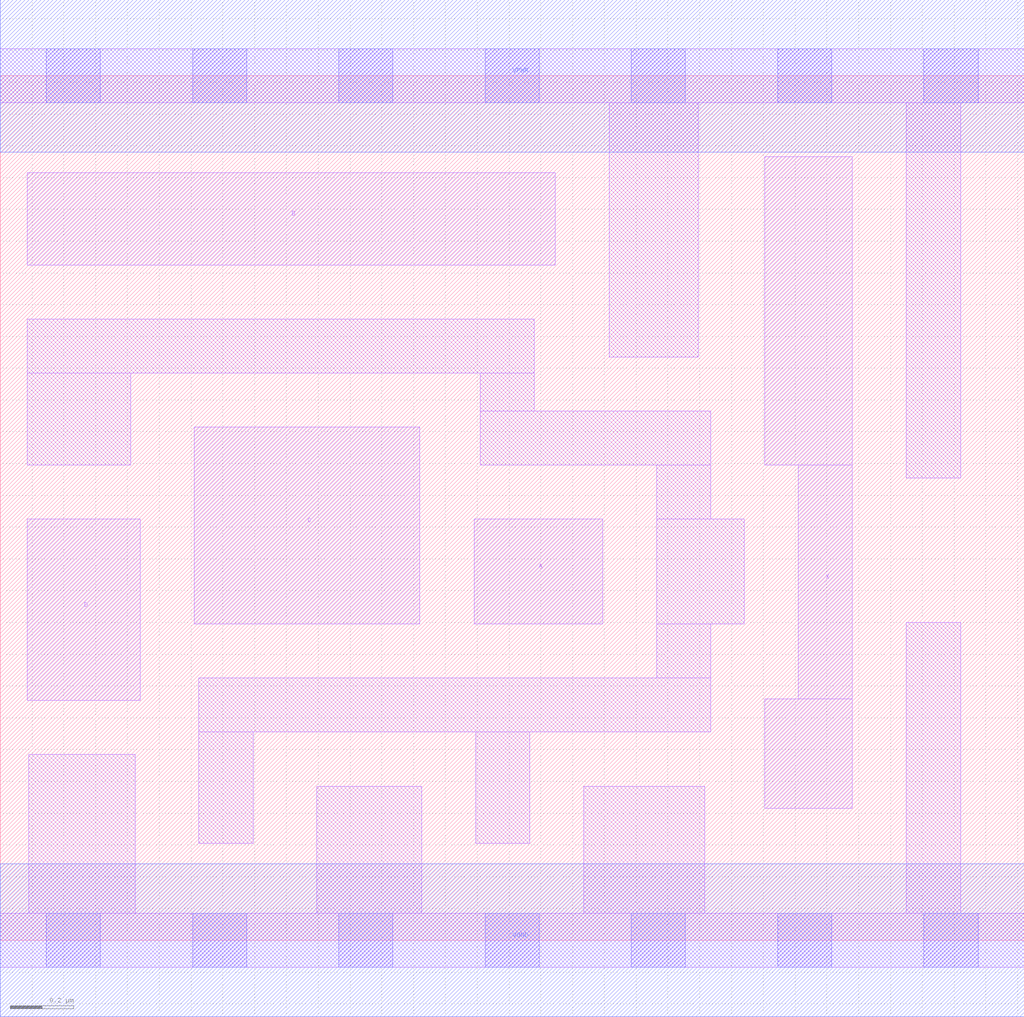
<source format=lef>
# Copyright 2020 The SkyWater PDK Authors
#
# Licensed under the Apache License, Version 2.0 (the "License");
# you may not use this file except in compliance with the License.
# You may obtain a copy of the License at
#
#     https://www.apache.org/licenses/LICENSE-2.0
#
# Unless required by applicable law or agreed to in writing, software
# distributed under the License is distributed on an "AS IS" BASIS,
# WITHOUT WARRANTIES OR CONDITIONS OF ANY KIND, either express or implied.
# See the License for the specific language governing permissions and
# limitations under the License.
#
# SPDX-License-Identifier: Apache-2.0

VERSION 5.7 ;
  NAMESCASESENSITIVE ON ;
  NOWIREEXTENSIONATPIN ON ;
  DIVIDERCHAR "/" ;
  BUSBITCHARS "[]" ;
UNITS
  DATABASE MICRONS 200 ;
END UNITS
MACRO sky130_fd_sc_hd__or4_2
  CLASS CORE ;
  SOURCE USER ;
  FOREIGN sky130_fd_sc_hd__or4_2 ;
  ORIGIN  0.000000  0.000000 ;
  SIZE  3.220000 BY  2.720000 ;
  SYMMETRY X Y R90 ;
  SITE unithd ;
  PIN A
    ANTENNAGATEAREA  0.126000 ;
    DIRECTION INPUT ;
    USE SIGNAL ;
    PORT
      LAYER li1 ;
        RECT 1.490000 0.995000 1.895000 1.325000 ;
    END
  END A
  PIN B
    ANTENNAGATEAREA  0.126000 ;
    DIRECTION INPUT ;
    USE SIGNAL ;
    PORT
      LAYER li1 ;
        RECT 0.085000 2.125000 1.745000 2.415000 ;
    END
  END B
  PIN C
    ANTENNAGATEAREA  0.126000 ;
    DIRECTION INPUT ;
    USE SIGNAL ;
    PORT
      LAYER li1 ;
        RECT 0.610000 0.995000 1.320000 1.615000 ;
    END
  END C
  PIN D
    ANTENNAGATEAREA  0.126000 ;
    DIRECTION INPUT ;
    USE SIGNAL ;
    PORT
      LAYER li1 ;
        RECT 0.085000 0.755000 0.440000 1.325000 ;
    END
  END D
  PIN X
    ANTENNADIFFAREA  0.445500 ;
    DIRECTION OUTPUT ;
    USE SIGNAL ;
    PORT
      LAYER li1 ;
        RECT 2.405000 0.415000 2.680000 0.760000 ;
        RECT 2.405000 1.495000 2.680000 2.465000 ;
        RECT 2.510000 0.760000 2.680000 1.495000 ;
    END
  END X
  PIN VGND
    DIRECTION INOUT ;
    SHAPE ABUTMENT ;
    USE GROUND ;
    PORT
      LAYER met1 ;
        RECT 0.000000 -0.240000 3.220000 0.240000 ;
    END
  END VGND
  PIN VPWR
    DIRECTION INOUT ;
    SHAPE ABUTMENT ;
    USE POWER ;
    PORT
      LAYER met1 ;
        RECT 0.000000 2.480000 3.220000 2.960000 ;
    END
  END VPWR
  OBS
    LAYER li1 ;
      RECT 0.000000 -0.085000 3.220000 0.085000 ;
      RECT 0.000000  2.635000 3.220000 2.805000 ;
      RECT 0.085000  1.495000 0.410000 1.785000 ;
      RECT 0.085000  1.785000 1.680000 1.955000 ;
      RECT 0.090000  0.085000 0.425000 0.585000 ;
      RECT 0.625000  0.305000 0.795000 0.655000 ;
      RECT 0.625000  0.655000 2.235000 0.825000 ;
      RECT 0.995000  0.085000 1.325000 0.485000 ;
      RECT 1.495000  0.305000 1.665000 0.655000 ;
      RECT 1.510000  1.495000 2.235000 1.665000 ;
      RECT 1.510000  1.665000 1.680000 1.785000 ;
      RECT 1.835000  0.085000 2.215000 0.485000 ;
      RECT 1.915000  1.835000 2.195000 2.635000 ;
      RECT 2.065000  0.825000 2.235000 0.995000 ;
      RECT 2.065000  0.995000 2.340000 1.325000 ;
      RECT 2.065000  1.325000 2.235000 1.495000 ;
      RECT 2.850000  0.085000 3.020000 1.000000 ;
      RECT 2.850000  1.455000 3.020000 2.635000 ;
    LAYER mcon ;
      RECT 0.145000 -0.085000 0.315000 0.085000 ;
      RECT 0.145000  2.635000 0.315000 2.805000 ;
      RECT 0.605000 -0.085000 0.775000 0.085000 ;
      RECT 0.605000  2.635000 0.775000 2.805000 ;
      RECT 1.065000 -0.085000 1.235000 0.085000 ;
      RECT 1.065000  2.635000 1.235000 2.805000 ;
      RECT 1.525000 -0.085000 1.695000 0.085000 ;
      RECT 1.525000  2.635000 1.695000 2.805000 ;
      RECT 1.985000 -0.085000 2.155000 0.085000 ;
      RECT 1.985000  2.635000 2.155000 2.805000 ;
      RECT 2.445000 -0.085000 2.615000 0.085000 ;
      RECT 2.445000  2.635000 2.615000 2.805000 ;
      RECT 2.905000 -0.085000 3.075000 0.085000 ;
      RECT 2.905000  2.635000 3.075000 2.805000 ;
  END
END sky130_fd_sc_hd__or4_2

</source>
